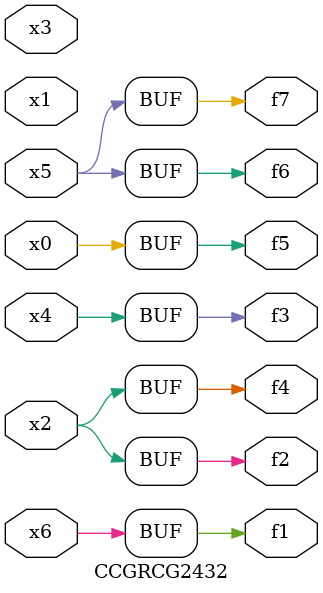
<source format=v>
module CCGRCG2432(
	input x0, x1, x2, x3, x4, x5, x6,
	output f1, f2, f3, f4, f5, f6, f7
);
	assign f1 = x6;
	assign f2 = x2;
	assign f3 = x4;
	assign f4 = x2;
	assign f5 = x0;
	assign f6 = x5;
	assign f7 = x5;
endmodule

</source>
